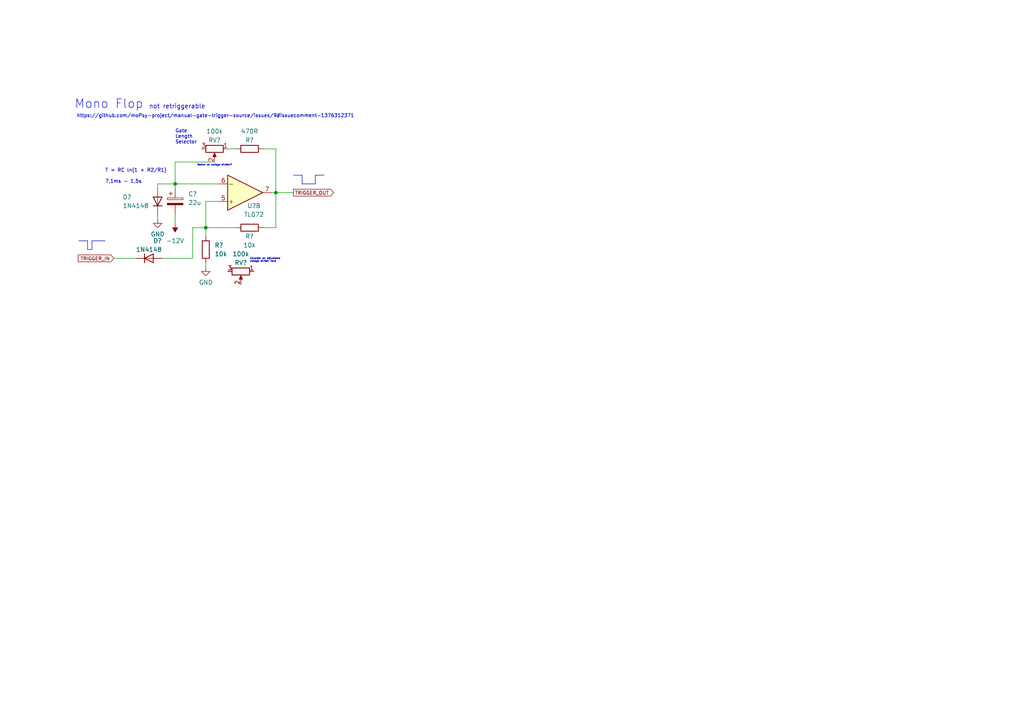
<source format=kicad_sch>
(kicad_sch (version 20211123) (generator eeschema)
  (paper "A4")
  (title_block (title "Circuit Attic") (company "moPsy"))
  (lib_symbols
    (symbol "Amplifier_Operational:TL072" (pin_names (offset 0.127))
      (property "Reference" "U" (at 0 5.08 0))
      (property "Value" "TL072" (at 0 -5.08 0))
      (symbol "TL072_1_1"
        (polyline (pts (xy -5.08 5.08) (xy 5.08 0) (xy -5.08 -5.08) (xy -5.08 5.08)) (stroke (width 0.254)) (fill (type background)))
        (pin output line (at 7.62 0 180) (length 2.54) (name "~") (number "1"))
        (pin input line (at -7.62 -2.54 0) (length 2.54) (name "-") (number "2"))
        (pin input line (at -7.62 2.54 0) (length 2.54) (name "+") (number "3"))
      )
      (symbol "TL072_2_1"
        (polyline (pts (xy -5.08 5.08) (xy 5.08 0) (xy -5.08 -5.08) (xy -5.08 5.08)) (stroke (width 0.254)) (fill (type background)))
        (pin input line (at -7.62 2.54 0) (length 2.54) (name "+") (number "5"))
        (pin input line (at -7.62 -2.54 0) (length 2.54) (name "-") (number "6"))
        (pin output line (at 7.62 0 180) (length 2.54) (name "~") (number "7"))
      )
      (symbol "TL072_3_1"
        (pin power_in line (at -2.54 -7.62 90) (length 3.81) (name "V-") (number "4"))
        (pin power_in line (at -2.54 7.62 270) (length 3.81) (name "V+") (number "8"))
      )
    )
    (symbol "Device:C_Polarized" (pin_numbers hide) (pin_names (offset 0.254))
      (property "Reference" "C" (at 0.635 2.54 0))
      (property "Value" "C_Polarized" (at 0.635 -2.54 0))
      (symbol "C_Polarized_0_1"
        (rectangle (start -2.286 0.508) (end 2.286 1.016))
        (polyline (pts (xy -1.778 2.286) (xy -0.762 2.286)))
        (polyline (pts (xy -1.27 2.794) (xy -1.27 1.778)))
        (rectangle (start 2.286 -0.508) (end -2.286 -1.016) (fill (type outline)))
      )
      (symbol "C_Polarized_1_1"
        (pin passive line (at 0 3.81 270) (length 2.794) (name "~") (number "1"))
        (pin passive line (at 0 -3.81 90) (length 2.794) (name "~") (number "2"))
      )
    )
    (symbol "Device:D" (pin_numbers hide) (pin_names (offset 1.016) hide)
      (property "Reference" "D" (at 0 2.54 0))
      (property "Value" "D" (at 0 -2.54 0))
      (symbol "D_0_1"
        (polyline (pts (xy -1.27 1.27) (xy -1.27 -1.27)) (stroke (width 0.254)))
        (polyline (pts (xy 1.27 0) (xy -1.27 0)))
        (polyline (pts (xy 1.27 1.27) (xy 1.27 -1.27) (xy -1.27 0) (xy 1.27 1.27)) (stroke (width 0.254)))
      )
      (symbol "D_1_1"
        (pin passive line (at -3.81 0 0) (length 2.54) (name "K") (number "1"))
        (pin passive line (at 3.81 0 180) (length 2.54) (name "A") (number "2"))
      )
    )
    (symbol "Device:R" (pin_numbers hide) (pin_names (offset 0))
      (property "Reference" "R" (at 2.032 0 90))
      (property "Value" "R" (at 0 0 90))
      (symbol "R_0_1"
        (rectangle (start -1.016 -2.54) (end 1.016 2.54) (stroke (width 0.254)))
      )
      (symbol "R_1_1"
        (pin passive line (at 0 3.81 270) (length 1.27) (name "~") (number "1"))
        (pin passive line (at 0 -3.81 90) (length 1.27) (name "~") (number "2"))
      )
    )
    (symbol "Device:R_Potentiometer" (pin_names (offset 1.016) hide)
      (property "Reference" "RV" (at -4.445 0 90))
      (property "Value" "R_Potentiometer" (at -2.54 0 90))
      (symbol "R_Potentiometer_0_1"
        (polyline (pts (xy 2.54 0) (xy 1.524 0)))
        (polyline (pts (xy 1.143 0) (xy 2.286 0.508) (xy 2.286 -0.508) (xy 1.143 0)) (fill (type outline)))
        (rectangle (start 1.016 2.54) (end -1.016 -2.54) (stroke (width 0.254)))
      )
      (symbol "R_Potentiometer_1_1"
        (pin passive line (at 0 3.81 270) (length 1.27) (name "1") (number "1"))
        (pin passive line (at 3.81 0 180) (length 1.27) (name "2") (number "2"))
        (pin passive line (at 0 -3.81 90) (length 1.27) (name "3") (number "3"))
      )
    )
    (symbol "power:-12V" (power) (pin_names (offset 0))
      (property "Value" "-12V" (at 0 3.81 0))
      (symbol "-12V_0_0"
        (pin power_in line (at 0 0 90) (length 0) hide (name "-12V") (number "1"))
      )
      (symbol "-12V_0_1"
        (polyline (pts (xy 0 0) (xy 0 1.27) (xy 0.762 1.27) (xy 0 2.54) (xy -0.762 1.27) (xy 0 1.27)) (fill (type outline)))
      )
    )
    (symbol "power:GND" (power) (pin_names (offset 0))
      (property "Value" "GND" (at 0 -3.81 0))
      (symbol "GND_0_1"
        (polyline (pts (xy 0 0) (xy 0 -1.27) (xy 1.27 -1.27) (xy 0 -2.54) (xy -1.27 -1.27) (xy 0 -1.27)))
      )
      (symbol "GND_1_1"
        (pin power_in line (at 0 0 270) (length 0) hide (name "GND") (number "1"))
      )
    )
  )
  (junction (at 50.8 53.34))
  (junction (at 80.01 55.88))
  (junction (at 59.69 66.04))
  (wire (pts (xy 59.69 66.04) (xy 59.69 68.58)))
  (wire (pts (xy 50.8 46.99) (xy 50.8 53.34)))
  (wire (pts (xy 50.8 53.34) (xy 50.8 54.61)))
  (polyline (pts (xy 26.67 72.39) (xy 26.67 69.85)) (stroke (width 0) (type solid)))
  (polyline (pts (xy 87.63 53.34) (xy 91.44 53.34)) (stroke (width 0) (type solid)))
  (wire (pts (xy 78.74 55.88) (xy 80.01 55.88)))
  (polyline (pts (xy 25.4 72.39) (xy 26.67 72.39)) (stroke (width 0) (type solid)))
  (wire (pts (xy 33.02 74.93) (xy 39.37 74.93)))
  (wire (pts (xy 50.8 46.99) (xy 62.23 46.99)))
  (wire (pts (xy 50.8 53.34) (xy 63.5 53.34)))
  (wire (pts (xy 80.01 43.18) (xy 80.01 55.88)))
  (polyline (pts (xy 22.86 69.85) (xy 25.4 69.85)) (stroke (width 0) (type solid)))
  (wire (pts (xy 59.69 58.42) (xy 59.69 66.04)))
  (polyline (pts (xy 91.44 50.8) (xy 93.98 50.8)) (stroke (width 0) (type solid)))
  (wire (pts (xy 46.99 74.93) (xy 55.88 74.93)))
  (wire (pts (xy 76.2 43.18) (xy 80.01 43.18)))
  (wire (pts (xy 80.01 55.88) (xy 85.09 55.88)))
  (wire (pts (xy 59.69 76.2) (xy 59.69 77.47)))
  (wire (pts (xy 55.88 66.04) (xy 59.69 66.04)))
  (wire (pts (xy 45.72 54.61) (xy 45.72 53.34)))
  (wire (pts (xy 80.01 66.04) (xy 80.01 55.88)))
  (wire (pts (xy 63.5 58.42) (xy 59.69 58.42)))
  (polyline (pts (xy 85.09 50.8) (xy 87.63 50.8)) (stroke (width 0) (type solid)))
  (polyline (pts (xy 91.44 53.34) (xy 91.44 50.8)) (stroke (width 0) (type solid)))
  (polyline (pts (xy 87.63 50.8) (xy 87.63 53.34)) (stroke (width 0) (type solid)))
  (polyline (pts (xy 25.4 69.85) (xy 25.4 72.39)) (stroke (width 0) (type solid)))
  (wire (pts (xy 55.88 74.93) (xy 55.88 66.04)))
  (wire (pts (xy 66.04 43.18) (xy 68.58 43.18)))
  (wire (pts (xy 50.8 62.23) (xy 50.8 64.77)))
  (wire (pts (xy 45.72 53.34) (xy 50.8 53.34)))
  (polyline (pts (xy 26.67 69.85) (xy 30.48 69.85)) (stroke (width 0) (type solid)))
  (wire (pts (xy 45.72 62.23) (xy 45.72 63.5)))
  (wire (pts (xy 59.69 66.04) (xy 68.58 66.04)))
  (wire (pts (xy 76.2 66.04) (xy 80.01 66.04)))
  (text "T = RC ln(1 + R2/R1)\n\n7,1ms - 1,5s" (at 30.48 53.34 0) (effects (font (size 1 1)) (justify left bottom)))
  (text "Rather at voltage divider?" (at 57.15 48.26 0) (effects (font (size 0.5 0.5) italic) (justify left bottom)))
  (text "Consider an adjustable\nvoltage divider here" (at 72.39 76.2 0) (effects (font (size 0.5 0.5) italic) (justify left bottom)))
  (text "https://github.com/moPsy-project/manual-gate-trigger-source/issues/9#issuecomment-1376312371" (at 22.225 34.29 0) (effects (font (size 1 1)) (justify left bottom)))
  (text "Gate\nLength\nSelector" (at 50.8 41.91 0) (effects (font (size 1 1)) (justify left bottom)))
  (text "Mono Flop" (at 21.59 31.75 0) (effects (font (size 2.54 2.54)) (justify left bottom)))
  (text "not retriggerable" (at 43.18 31.75 0) (effects (font (size 1.27 1.27)) (justify left bottom)))
  (global_label "TRIGGER_IN" (shape input) (at 33.02 74.93 180) (effects (font (size 1 1))) (property "Intersheet References" "${INTERSHEET_REFS}" (effects hide)))
  (global_label "TRIGGER_OUT" (shape output) (at 85.09 55.88 0) (effects (font (size 1 1))) (property "Intersheet References" "${INTERSHEET_REFS}" (effects hide)))
  (symbol (lib_id "Device:C_Polarized") (at 50.8 58.42 0) (unit 1)
    (property "Reference" "C?" (at 54.61 56.2609 0) (effects (justify left)))
    (property "Value" "22u" (at 54.61 58.8009 0) (effects (justify left)))
  )
  (symbol (lib_id "Device:D") (at 43.18 74.93 0) (unit 1)
    (property "Reference" "D?" (at 46.99 69.85 0) (effects (justify right)))
    (property "Value" "1N4148" (at 46.99 72.39 0) (effects (justify right)))
  )
  (symbol (lib_id "Amplifier_Operational:TL072") (at 71.12 55.88 0) (mirror x) (unit 2)
    (property "Reference" "U?" (at 73.66 59.69 0))
    (property "Value" "TL072" (at 73.66 62.23 0))
    (property "Datasheet" "http://www.ti.com/lit/ds/symlink/tl071.pdf" (effects hide))
  )
  (symbol (lib_id "Device:R") (at 59.69 72.39 180) (unit 1)
    (property "Reference" "R?" (at 62.23 71.1199 0) (effects (justify right)))
    (property "Value" "10k" (at 62.23 73.6599 0) (effects (justify right)))
  )
  (symbol (lib_id "Device:R") (at 72.39 66.04 270) (unit 1)
    (property "Reference" "R?" (at 72.39 68.58 90))
    (property "Value" "10k" (at 72.39 71.12 90))
  )
  (symbol (lib_id "power:-12V") (at 50.8 64.77 180) (unit 1)
    (property "Reference" "#PWR?" (effects hide))
    (property "Value" "-12V" (at 50.8 69.85 0))
  )
  (symbol (lib_id "power:GND") (at 59.69 77.47 0) (unit 1)
    (property "Reference" "#PWR?" (effects hide))
    (property "Value" "GND" (at 59.69 81.9134 0))
  )
  (symbol (lib_id "Device:R_Potentiometer") (at 69.85 78.74 270) (unit 1)
    (property "Reference" "RV?" (at 69.85 76.2 90))
    (property "Value" "100k" (at 69.85 73.66 90))
  )
  (symbol (lib_id "Device:D") (at 45.72 58.42 90) (unit 1)
    (property "Reference" "D?" (at 35.56 57.15 90) (effects (justify right)))
    (property "Value" "1N4148" (at 35.56 59.69 90) (effects (justify right)))
  )
  (symbol (lib_id "power:GND") (at 45.72 63.5 0) (unit 1)
    (property "Reference" "#PWR?" (effects hide))
    (property "Value" "GND" (at 45.72 67.9434 0))
  )
  (symbol (lib_id "Device:R") (at 72.39 43.18 90) (unit 1)
    (property "Reference" "R?" (at 72.39 40.64 90))
    (property "Value" "470R" (at 72.39 38.1 90))
  )
  (symbol (lib_id "Device:R_Potentiometer") (at 62.23 43.18 270) (unit 1)
    (property "Reference" "RV?" (at 62.23 40.64 90))
    (property "Value" "100k" (at 62.23 38.1 90))
  )
)
</source>
